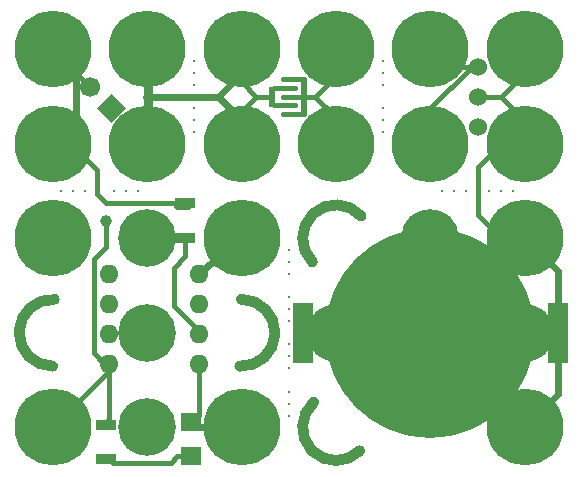
<source format=gtl>
G04 #@! TF.FileFunction,Copper,L1,Top,Signal*
%FSLAX46Y46*%
G04 Gerber Fmt 4.6, Leading zero omitted, Abs format (unit mm)*
G04 Created by KiCad (PCBNEW (2015-08-15 BZR 6092)-product) date 2/25/2016 10:40:52 PM*
%MOMM*%
G01*
G04 APERTURE LIST*
%ADD10C,0.100000*%
%ADD11C,0.400000*%
%ADD12C,0.889000*%
%ADD13C,1.700000*%
%ADD14R,0.500000X3.000000*%
%ADD15R,0.500000X1.800000*%
%ADD16C,17.780000*%
%ADD17R,1.778000X5.080000*%
%ADD18C,4.876800*%
%ADD19C,6.500000*%
%ADD20O,1.600000X1.600000*%
%ADD21C,1.524000*%
%ADD22C,0.330200*%
%ADD23R,1.800860X1.597660*%
%ADD24R,1.700000X0.900000*%
%ADD25C,1.000000*%
%ADD26C,0.406400*%
%ADD27C,0.609600*%
G04 APERTURE END LIST*
D10*
D11*
X149500000Y-27250000D02*
X147750000Y-27250000D01*
X150250000Y-29500000D02*
X148500000Y-29500000D01*
X147750000Y-28750000D02*
X149500000Y-28750000D01*
X150250000Y-28000000D02*
X148500000Y-28000000D01*
X150250000Y-26500000D02*
X148500000Y-26500000D01*
D12*
X155100000Y-38100000D02*
G75*
G03X151100000Y-37900000I-2100000J-1900000D01*
G01*
X151000000Y-38000000D02*
G75*
G03X151000000Y-42000000I2000000J-2000000D01*
G01*
X151100000Y-53900000D02*
G75*
G03X150900000Y-57900000I1900000J-2100000D01*
G01*
X151000000Y-58000000D02*
G75*
G03X155000000Y-58000000I2000000J2000000D01*
G01*
X144858579Y-50828427D02*
G75*
G03X147828427Y-48141421I141421J2828427D01*
G01*
X147828427Y-48000000D02*
G75*
G03X145000000Y-45171573I-2828427J0D01*
G01*
X129141421Y-45171573D02*
G75*
G03X126171573Y-47858579I-141421J-2828427D01*
G01*
X126171573Y-48000000D02*
G75*
G03X129000000Y-50828427I2828427J0D01*
G01*
D10*
G36*
X134000000Y-27797918D02*
X135202082Y-29000000D01*
X134000000Y-30202082D01*
X132797918Y-29000000D01*
X134000000Y-27797918D01*
X134000000Y-27797918D01*
G37*
D13*
X132203949Y-27203949D03*
D14*
X150250000Y-28000000D03*
D15*
X147615000Y-28000000D03*
D16*
X161000000Y-48000000D03*
D17*
X150205000Y-48000000D03*
X171795000Y-48000000D03*
D18*
X137000000Y-40000000D03*
D19*
X129000000Y-40000000D03*
X145000000Y-56000000D03*
X129000000Y-56000000D03*
X145000000Y-40000000D03*
D18*
X137000000Y-48000000D03*
X137000000Y-56000000D03*
D20*
X133750000Y-43000000D03*
X133750000Y-45540000D03*
X133750000Y-48080000D03*
X133750000Y-50620000D03*
X141370000Y-50620000D03*
X141370000Y-48080000D03*
X141370000Y-45540000D03*
X141370000Y-43000000D03*
D18*
X153000000Y-48000000D03*
X161000000Y-48000000D03*
D19*
X161000000Y-32000000D03*
X161000000Y-24000000D03*
X169000000Y-32000000D03*
X169000000Y-24000000D03*
D18*
X161000000Y-40000000D03*
X169000000Y-48000000D03*
D21*
X165000000Y-28000000D03*
X165000000Y-25460000D03*
X165000000Y-30540000D03*
D22*
X149000000Y-55016000D03*
X149000000Y-52984000D03*
X149000000Y-54000000D03*
X149000000Y-51016000D03*
X149000000Y-48984000D03*
X149000000Y-50000000D03*
X149000000Y-47016000D03*
X149000000Y-44984000D03*
X149000000Y-46000000D03*
X149000000Y-43016000D03*
X149000000Y-40984000D03*
X149000000Y-42000000D03*
D19*
X137000000Y-24000000D03*
X137000000Y-32000000D03*
X129000000Y-32000000D03*
X129000000Y-24000000D03*
X145000000Y-32000000D03*
X145000000Y-24000000D03*
X153000000Y-32000000D03*
X153000000Y-24000000D03*
D22*
X129734000Y-36000000D03*
X131766000Y-36000000D03*
X130750000Y-36000000D03*
X134234000Y-36000000D03*
X136266000Y-36000000D03*
X135250000Y-36000000D03*
X161984000Y-36000000D03*
X164016000Y-36000000D03*
X163000000Y-36000000D03*
X165984000Y-36000000D03*
X168016000Y-36000000D03*
X167000000Y-36000000D03*
X157000000Y-27016000D03*
X157000000Y-24984000D03*
X157000000Y-26000000D03*
X157000000Y-31016000D03*
X157000000Y-28984000D03*
X157000000Y-30000000D03*
X141000000Y-27016000D03*
X141000000Y-24984000D03*
X141000000Y-26000000D03*
X141000000Y-31016000D03*
X141000000Y-28984000D03*
X141000000Y-30000000D03*
D19*
X169000000Y-40000000D03*
X169000000Y-56000000D03*
D23*
X140750000Y-55580140D03*
X140750000Y-58419860D03*
D24*
X133500000Y-55800000D03*
X133500000Y-58700000D03*
X140250000Y-37050000D03*
X140250000Y-39950000D03*
D25*
X133500000Y-38500000D03*
X157000000Y-42500000D03*
X156500000Y-52500000D03*
D26*
X133750000Y-50620000D02*
X133750000Y-51250000D01*
X133750000Y-51250000D02*
X129000000Y-56000000D01*
X133750000Y-50620000D02*
X133750000Y-55330140D01*
X133750000Y-55330140D02*
X133500000Y-55580140D01*
X132500000Y-42250000D02*
X132500000Y-41750000D01*
X132500000Y-49750000D02*
X132500000Y-42250000D01*
X133370000Y-50620000D02*
X132500000Y-49750000D01*
X133500000Y-40750000D02*
X133500000Y-38500000D01*
X132500000Y-41750000D02*
X133500000Y-40750000D01*
X145000000Y-32000000D02*
X145000000Y-29250000D01*
X145000000Y-29250000D02*
X146250000Y-28000000D01*
X146250000Y-28000000D02*
X147615000Y-28000000D01*
X145000000Y-24000000D02*
X145000000Y-26750000D01*
X145000000Y-26750000D02*
X146250000Y-28000000D01*
X146250000Y-28000000D02*
X147615000Y-28000000D01*
X133750000Y-50620000D02*
X133370000Y-50620000D01*
D27*
X145000000Y-32000000D02*
X145000000Y-30000000D01*
X145000000Y-30000000D02*
X143000000Y-28000000D01*
X136950000Y-28000000D02*
X143000000Y-28000000D01*
X143000000Y-28000000D02*
X145000000Y-26000000D01*
X145000000Y-26000000D02*
X145000000Y-24000000D01*
X137000000Y-32000000D02*
X137000000Y-28050000D01*
X137000000Y-28050000D02*
X136950000Y-28000000D01*
X137000000Y-24000000D02*
X137000000Y-27950000D01*
X137000000Y-27950000D02*
X136950000Y-28000000D01*
X157000000Y-42500000D02*
X161000000Y-46500000D01*
X161000000Y-46500000D02*
X161000000Y-48000000D01*
X156500000Y-52500000D02*
X161000000Y-48000000D01*
X137200000Y-27750000D02*
X137200000Y-23800000D01*
X137200000Y-23800000D02*
X137250000Y-23750000D01*
X137200000Y-27750000D02*
X137200000Y-31700000D01*
X137200000Y-31700000D02*
X137250000Y-31750000D01*
D26*
X165000000Y-25460000D02*
X164540000Y-25460000D01*
X164540000Y-25460000D02*
X161000000Y-29000000D01*
X161000000Y-29000000D02*
X161000000Y-32000000D01*
X165000000Y-25460000D02*
X162460000Y-25460000D01*
X162460000Y-25460000D02*
X161000000Y-24000000D01*
D27*
X141370000Y-43000000D02*
X141370000Y-42961000D01*
X141370000Y-42961000D02*
X145000000Y-40000000D01*
D26*
X141370000Y-50620000D02*
X141370000Y-54960140D01*
X141370000Y-54960140D02*
X140750000Y-55580140D01*
X141370000Y-50620000D02*
X141370000Y-51130000D01*
D27*
X141200980Y-56000000D02*
X145000000Y-56000000D01*
D26*
X141370000Y-48080000D02*
X141370000Y-47870000D01*
X141370000Y-47870000D02*
X139250000Y-45750000D01*
X140250000Y-41500000D02*
X140250000Y-39950000D01*
X139250000Y-42500000D02*
X140250000Y-41500000D01*
X139250000Y-45750000D02*
X139250000Y-42500000D01*
X141370000Y-48080000D02*
X141330000Y-48080000D01*
X140750000Y-58419860D02*
X139580140Y-58419860D01*
X139000000Y-59000000D02*
X134080140Y-59000000D01*
X139580140Y-58419860D02*
X139000000Y-59000000D01*
X134080140Y-59000000D02*
X133500000Y-58419860D01*
X153000000Y-29750000D02*
X151250000Y-28000000D01*
X151250000Y-28000000D02*
X150250000Y-28000000D01*
X153000000Y-24000000D02*
X153000000Y-26250000D01*
X153000000Y-26250000D02*
X151250000Y-28000000D01*
X151250000Y-28000000D02*
X150250000Y-28000000D01*
X132203949Y-27203949D02*
X129000000Y-24000000D01*
X140500000Y-37330140D02*
X139580140Y-37330140D01*
X134250000Y-37000000D02*
X133500000Y-37000000D01*
X139250000Y-37000000D02*
X134250000Y-37000000D01*
X139580140Y-37330140D02*
X139250000Y-37000000D01*
X132750000Y-34250000D02*
X130500000Y-32000000D01*
X132750000Y-36250000D02*
X132750000Y-34250000D01*
X133500000Y-37000000D02*
X132750000Y-36250000D01*
X130500000Y-32000000D02*
X129000000Y-32000000D01*
X130500000Y-32000000D02*
X129000000Y-32000000D01*
D27*
X130950980Y-28000000D02*
X130950980Y-30049020D01*
X130950980Y-30049020D02*
X129000000Y-32000000D01*
X130950980Y-28000000D02*
X130950980Y-25950980D01*
X130950980Y-25950980D02*
X129000000Y-24000000D01*
X171795000Y-48000000D02*
X171795000Y-53205000D01*
X171795000Y-53205000D02*
X169000000Y-56000000D01*
X171795000Y-48000000D02*
X171795000Y-42795000D01*
X171795000Y-42795000D02*
X169000000Y-40000000D01*
D26*
X167000000Y-40000000D02*
X165000000Y-38000000D01*
X165000000Y-34000000D02*
X165000000Y-38000000D01*
X167000000Y-32000000D02*
X165000000Y-34000000D01*
X169000000Y-32000000D02*
X167000000Y-32000000D01*
X165000000Y-28000000D02*
X167000000Y-28000000D01*
X167000000Y-28000000D02*
X169000000Y-30000000D01*
X169000000Y-30000000D02*
X169000000Y-32000000D01*
X169000000Y-24000000D02*
X169000000Y-26000000D01*
X169000000Y-26000000D02*
X167000000Y-28000000D01*
M02*

</source>
